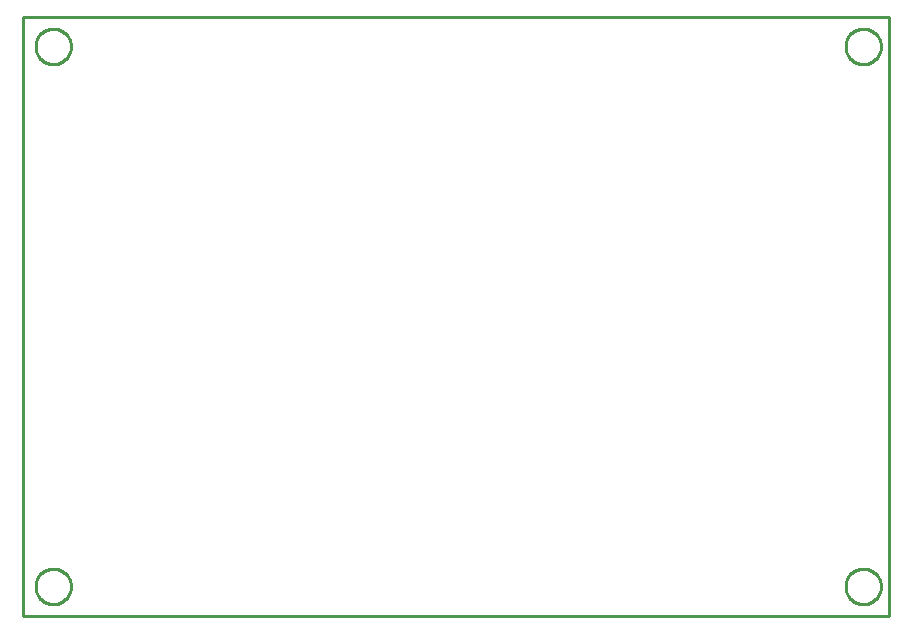
<source format=gbr>
G04 EAGLE Gerber RS-274X export*
G75*
%MOMM*%
%FSLAX34Y34*%
%LPD*%
%IN*%
%IPPOS*%
%AMOC8*
5,1,8,0,0,1.08239X$1,22.5*%
G01*
%ADD10C,0.254000*%


D10*
X101600Y101600D02*
X834900Y101600D01*
X834900Y609500D01*
X101600Y609500D01*
X101600Y101600D01*
X827800Y126464D02*
X827724Y125396D01*
X827571Y124335D01*
X827343Y123288D01*
X827041Y122260D01*
X826667Y121256D01*
X826222Y120281D01*
X825708Y119341D01*
X825129Y118440D01*
X824487Y117582D01*
X823785Y116772D01*
X823028Y116015D01*
X822218Y115313D01*
X821360Y114671D01*
X820459Y114092D01*
X819519Y113578D01*
X818544Y113133D01*
X817540Y112759D01*
X816512Y112457D01*
X815465Y112229D01*
X814404Y112076D01*
X813336Y112000D01*
X812264Y112000D01*
X811196Y112076D01*
X810135Y112229D01*
X809088Y112457D01*
X808060Y112759D01*
X807056Y113133D01*
X806081Y113578D01*
X805141Y114092D01*
X804240Y114671D01*
X803382Y115313D01*
X802572Y116015D01*
X801815Y116772D01*
X801113Y117582D01*
X800471Y118440D01*
X799892Y119341D01*
X799378Y120281D01*
X798933Y121256D01*
X798559Y122260D01*
X798257Y123288D01*
X798029Y124335D01*
X797876Y125396D01*
X797800Y126464D01*
X797800Y127536D01*
X797876Y128604D01*
X798029Y129665D01*
X798257Y130712D01*
X798559Y131740D01*
X798933Y132744D01*
X799378Y133719D01*
X799892Y134659D01*
X800471Y135560D01*
X801113Y136418D01*
X801815Y137228D01*
X802572Y137985D01*
X803382Y138687D01*
X804240Y139329D01*
X805141Y139908D01*
X806081Y140422D01*
X807056Y140867D01*
X808060Y141241D01*
X809088Y141543D01*
X810135Y141771D01*
X811196Y141924D01*
X812264Y142000D01*
X813336Y142000D01*
X814404Y141924D01*
X815465Y141771D01*
X816512Y141543D01*
X817540Y141241D01*
X818544Y140867D01*
X819519Y140422D01*
X820459Y139908D01*
X821360Y139329D01*
X822218Y138687D01*
X823028Y137985D01*
X823785Y137228D01*
X824487Y136418D01*
X825129Y135560D01*
X825708Y134659D01*
X826222Y133719D01*
X826667Y132744D01*
X827041Y131740D01*
X827343Y130712D01*
X827571Y129665D01*
X827724Y128604D01*
X827800Y127536D01*
X827800Y126464D01*
X142000Y126464D02*
X141924Y125396D01*
X141771Y124335D01*
X141543Y123288D01*
X141241Y122260D01*
X140867Y121256D01*
X140422Y120281D01*
X139908Y119341D01*
X139329Y118440D01*
X138687Y117582D01*
X137985Y116772D01*
X137228Y116015D01*
X136418Y115313D01*
X135560Y114671D01*
X134659Y114092D01*
X133719Y113578D01*
X132744Y113133D01*
X131740Y112759D01*
X130712Y112457D01*
X129665Y112229D01*
X128604Y112076D01*
X127536Y112000D01*
X126464Y112000D01*
X125396Y112076D01*
X124335Y112229D01*
X123288Y112457D01*
X122260Y112759D01*
X121256Y113133D01*
X120281Y113578D01*
X119341Y114092D01*
X118440Y114671D01*
X117582Y115313D01*
X116772Y116015D01*
X116015Y116772D01*
X115313Y117582D01*
X114671Y118440D01*
X114092Y119341D01*
X113578Y120281D01*
X113133Y121256D01*
X112759Y122260D01*
X112457Y123288D01*
X112229Y124335D01*
X112076Y125396D01*
X112000Y126464D01*
X112000Y127536D01*
X112076Y128604D01*
X112229Y129665D01*
X112457Y130712D01*
X112759Y131740D01*
X113133Y132744D01*
X113578Y133719D01*
X114092Y134659D01*
X114671Y135560D01*
X115313Y136418D01*
X116015Y137228D01*
X116772Y137985D01*
X117582Y138687D01*
X118440Y139329D01*
X119341Y139908D01*
X120281Y140422D01*
X121256Y140867D01*
X122260Y141241D01*
X123288Y141543D01*
X124335Y141771D01*
X125396Y141924D01*
X126464Y142000D01*
X127536Y142000D01*
X128604Y141924D01*
X129665Y141771D01*
X130712Y141543D01*
X131740Y141241D01*
X132744Y140867D01*
X133719Y140422D01*
X134659Y139908D01*
X135560Y139329D01*
X136418Y138687D01*
X137228Y137985D01*
X137985Y137228D01*
X138687Y136418D01*
X139329Y135560D01*
X139908Y134659D01*
X140422Y133719D01*
X140867Y132744D01*
X141241Y131740D01*
X141543Y130712D01*
X141771Y129665D01*
X141924Y128604D01*
X142000Y127536D01*
X142000Y126464D01*
X142000Y583664D02*
X141924Y582596D01*
X141771Y581535D01*
X141543Y580488D01*
X141241Y579460D01*
X140867Y578456D01*
X140422Y577481D01*
X139908Y576541D01*
X139329Y575640D01*
X138687Y574782D01*
X137985Y573972D01*
X137228Y573215D01*
X136418Y572513D01*
X135560Y571871D01*
X134659Y571292D01*
X133719Y570778D01*
X132744Y570333D01*
X131740Y569959D01*
X130712Y569657D01*
X129665Y569429D01*
X128604Y569276D01*
X127536Y569200D01*
X126464Y569200D01*
X125396Y569276D01*
X124335Y569429D01*
X123288Y569657D01*
X122260Y569959D01*
X121256Y570333D01*
X120281Y570778D01*
X119341Y571292D01*
X118440Y571871D01*
X117582Y572513D01*
X116772Y573215D01*
X116015Y573972D01*
X115313Y574782D01*
X114671Y575640D01*
X114092Y576541D01*
X113578Y577481D01*
X113133Y578456D01*
X112759Y579460D01*
X112457Y580488D01*
X112229Y581535D01*
X112076Y582596D01*
X112000Y583664D01*
X112000Y584736D01*
X112076Y585804D01*
X112229Y586865D01*
X112457Y587912D01*
X112759Y588940D01*
X113133Y589944D01*
X113578Y590919D01*
X114092Y591859D01*
X114671Y592760D01*
X115313Y593618D01*
X116015Y594428D01*
X116772Y595185D01*
X117582Y595887D01*
X118440Y596529D01*
X119341Y597108D01*
X120281Y597622D01*
X121256Y598067D01*
X122260Y598441D01*
X123288Y598743D01*
X124335Y598971D01*
X125396Y599124D01*
X126464Y599200D01*
X127536Y599200D01*
X128604Y599124D01*
X129665Y598971D01*
X130712Y598743D01*
X131740Y598441D01*
X132744Y598067D01*
X133719Y597622D01*
X134659Y597108D01*
X135560Y596529D01*
X136418Y595887D01*
X137228Y595185D01*
X137985Y594428D01*
X138687Y593618D01*
X139329Y592760D01*
X139908Y591859D01*
X140422Y590919D01*
X140867Y589944D01*
X141241Y588940D01*
X141543Y587912D01*
X141771Y586865D01*
X141924Y585804D01*
X142000Y584736D01*
X142000Y583664D01*
X827800Y583664D02*
X827724Y582596D01*
X827571Y581535D01*
X827343Y580488D01*
X827041Y579460D01*
X826667Y578456D01*
X826222Y577481D01*
X825708Y576541D01*
X825129Y575640D01*
X824487Y574782D01*
X823785Y573972D01*
X823028Y573215D01*
X822218Y572513D01*
X821360Y571871D01*
X820459Y571292D01*
X819519Y570778D01*
X818544Y570333D01*
X817540Y569959D01*
X816512Y569657D01*
X815465Y569429D01*
X814404Y569276D01*
X813336Y569200D01*
X812264Y569200D01*
X811196Y569276D01*
X810135Y569429D01*
X809088Y569657D01*
X808060Y569959D01*
X807056Y570333D01*
X806081Y570778D01*
X805141Y571292D01*
X804240Y571871D01*
X803382Y572513D01*
X802572Y573215D01*
X801815Y573972D01*
X801113Y574782D01*
X800471Y575640D01*
X799892Y576541D01*
X799378Y577481D01*
X798933Y578456D01*
X798559Y579460D01*
X798257Y580488D01*
X798029Y581535D01*
X797876Y582596D01*
X797800Y583664D01*
X797800Y584736D01*
X797876Y585804D01*
X798029Y586865D01*
X798257Y587912D01*
X798559Y588940D01*
X798933Y589944D01*
X799378Y590919D01*
X799892Y591859D01*
X800471Y592760D01*
X801113Y593618D01*
X801815Y594428D01*
X802572Y595185D01*
X803382Y595887D01*
X804240Y596529D01*
X805141Y597108D01*
X806081Y597622D01*
X807056Y598067D01*
X808060Y598441D01*
X809088Y598743D01*
X810135Y598971D01*
X811196Y599124D01*
X812264Y599200D01*
X813336Y599200D01*
X814404Y599124D01*
X815465Y598971D01*
X816512Y598743D01*
X817540Y598441D01*
X818544Y598067D01*
X819519Y597622D01*
X820459Y597108D01*
X821360Y596529D01*
X822218Y595887D01*
X823028Y595185D01*
X823785Y594428D01*
X824487Y593618D01*
X825129Y592760D01*
X825708Y591859D01*
X826222Y590919D01*
X826667Y589944D01*
X827041Y588940D01*
X827343Y587912D01*
X827571Y586865D01*
X827724Y585804D01*
X827800Y584736D01*
X827800Y583664D01*
M02*

</source>
